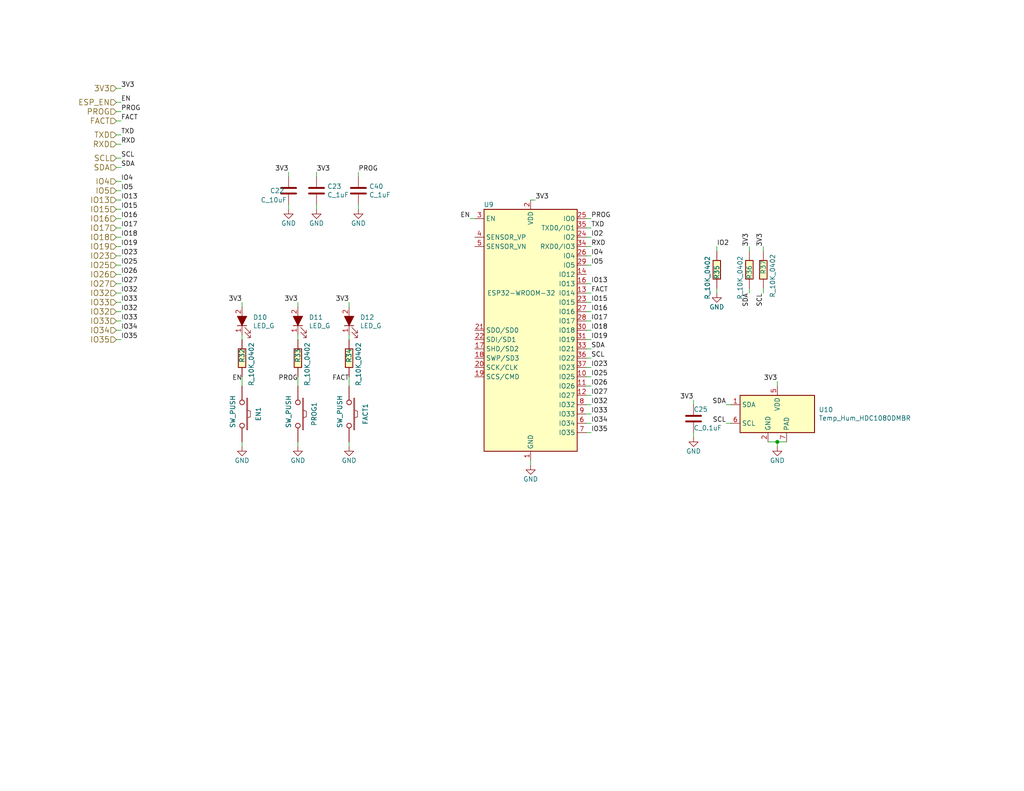
<source format=kicad_sch>
(kicad_sch (version 20211123) (generator eeschema)
  (paper "USLetter")
  (lib_symbols
    (symbol "Open_Automation:C_0.1uF" (pin_numbers hide) (pin_names (offset 0.254))
      (property "Reference" "C" (at 0.635 2.54 0))
      (property "Value" "Open_Automation_C_0.1uF" (at -8.255 -2.54 0))
      (symbol "C_0.1uF_0_1"
        (polyline (pts (xy -2.032 -0.762) (xy 2.032 -0.762)) (stroke (width 0.508)))
        (polyline (pts (xy -2.032 0.762) (xy 2.032 0.762)) (stroke (width 0.508)))
      )
      (symbol "C_0.1uF_1_1"
        (pin passive line (at 0 3.81 270) (length 2.794) (name "~") (number "1"))
        (pin passive line (at 0 -3.81 90) (length 2.794) (name "~") (number "2"))
      )
    )
    (symbol "Open_Automation:C_10uF" (pin_numbers hide) (pin_names (offset 0.254))
      (property "Reference" "C" (at 0.635 2.54 0))
      (property "Value" "Open_Automation_C_10uF" (at 1.27 -2.54 0))
      (symbol "C_10uF_0_1"
        (polyline (pts (xy -2.032 -0.762) (xy 2.032 -0.762)) (stroke (width 0.508)))
        (polyline (pts (xy -2.032 0.762) (xy 2.032 0.762)) (stroke (width 0.508)))
      )
      (symbol "C_10uF_1_1"
        (pin passive line (at 0 3.81 270) (length 2.794) (name "~") (number "1"))
        (pin passive line (at 0 -3.81 90) (length 2.794) (name "~") (number "2"))
      )
    )
    (symbol "Open_Automation:C_1uF" (pin_numbers hide) (pin_names (offset 0.254))
      (property "Reference" "C" (at 0.635 2.54 0))
      (property "Value" "Open_Automation_C_1uF" (at -5.715 -2.54 0))
      (symbol "C_1uF_0_1"
        (polyline (pts (xy -2.032 -0.762) (xy 2.032 -0.762)) (stroke (width 0.508)))
        (polyline (pts (xy -2.032 0.762) (xy 2.032 0.762)) (stroke (width 0.508)))
      )
      (symbol "C_1uF_1_1"
        (pin passive line (at 0 3.81 270) (length 2.794) (name "~") (number "1"))
        (pin passive line (at 0 -3.81 90) (length 2.794) (name "~") (number "2"))
      )
    )
    (symbol "Open_Automation:R_10K_0402" (pin_numbers hide) (pin_names (offset 0))
      (property "Reference" "R" (at 0 0 90))
      (property "Value" "Open_Automation_R_10K_0402" (at -1.905 0 90))
      (symbol "R_10K_0402_0_1"
        (rectangle (start -1.016 -2.54) (end 1.016 2.54) (stroke (width 0.254)) (fill (type background)))
      )
      (symbol "R_10K_0402_1_1"
        (pin passive line (at 0 -5.08 90) (length 2.54) (name "~") (number "1"))
        (pin passive line (at 0 5.08 270) (length 2.54) (name "~") (number "2"))
      )
    )
    (symbol "Open_Automation:Temp_Hum_HDC1080DMBR"
      (property "Reference" "U" (at -5.08 7.62 0))
      (property "Value" "Open_Automation_Temp_Hum_HDC1080DMBR" (at 12.7 6.35 0))
      (symbol "Temp_Hum_HDC1080DMBR_0_1"
        (rectangle (start -10.16 5.08) (end 10.16 -5.08) (stroke (width 0.254)) (fill (type background)))
      )
      (symbol "Temp_Hum_HDC1080DMBR_1_1"
        (pin bidirectional line (at -12.7 2.54 0) (length 2.54) (name "SDA") (number "1"))
        (pin power_in line (at -2.54 -7.62 90) (length 2.54) (name "GND") (number "2"))
        (pin no_connect line (at 10.16 2.54 180) (length 2.54) hide (name "NC") (number "3"))
        (pin no_connect line (at 10.16 -2.54 180) (length 2.54) hide (name "NC") (number "4"))
        (pin power_in line (at 0 7.62 270) (length 2.54) (name "VDD") (number "5"))
        (pin input line (at -12.7 -2.54 0) (length 2.54) (name "SCL") (number "6"))
        (pin passive line (at 2.54 -7.62 90) (length 2.54) (name "PAD") (number "7"))
      )
    )
    (symbol "open-dash-daughterboard-rescue:ESP32-WROOM-32-Open_Automation"
      (property "Reference" "U" (at -12.7 34.29 0))
      (property "Value" "open-dash-daughterboard-rescue_ESP32-WROOM-32-Open_Automation" (at 1.27 34.29 0))
      (symbol "ESP32-WROOM-32-Open_Automation_0_1"
        (rectangle (start -12.7 33.02) (end 12.7 -33.02) (stroke (width 0.254)) (fill (type background)))
      )
      (symbol "ESP32-WROOM-32-Open_Automation_1_1"
        (pin power_in line (at 0 -35.56 90) (length 2.54) (name "GND") (number "1"))
        (pin bidirectional line (at 15.24 -12.7 180) (length 2.54) (name "IO25") (number "10"))
        (pin bidirectional line (at 15.24 -15.24 180) (length 2.54) (name "IO26") (number "11"))
        (pin bidirectional line (at 15.24 -17.78 180) (length 2.54) (name "IO27") (number "12"))
        (pin bidirectional line (at 15.24 10.16 180) (length 2.54) (name "IO14") (number "13"))
        (pin bidirectional line (at 15.24 15.24 180) (length 2.54) (name "IO12") (number "14"))
        (pin passive line (at 0 -35.56 90) (length 2.54) hide (name "GND") (number "15"))
        (pin bidirectional line (at 15.24 12.7 180) (length 2.54) (name "IO13") (number "16"))
        (pin bidirectional line (at -15.24 -5.08 0) (length 2.54) (name "SHD/SD2") (number "17"))
        (pin bidirectional line (at -15.24 -7.62 0) (length 2.54) (name "SWP/SD3") (number "18"))
        (pin bidirectional line (at -15.24 -12.7 0) (length 2.54) (name "SCS/CMD") (number "19"))
        (pin power_in line (at 0 35.56 270) (length 2.54) (name "VDD") (number "2"))
        (pin bidirectional line (at -15.24 -10.16 0) (length 2.54) (name "SCK/CLK") (number "20"))
        (pin bidirectional line (at -15.24 0 0) (length 2.54) (name "SDO/SD0") (number "21"))
        (pin bidirectional line (at -15.24 -2.54 0) (length 2.54) (name "SDI/SD1") (number "22"))
        (pin bidirectional line (at 15.24 7.62 180) (length 2.54) (name "IO15") (number "23"))
        (pin bidirectional line (at 15.24 25.4 180) (length 2.54) (name "IO2") (number "24"))
        (pin bidirectional line (at 15.24 30.48 180) (length 2.54) (name "IO0") (number "25"))
        (pin bidirectional line (at 15.24 20.32 180) (length 2.54) (name "IO4") (number "26"))
        (pin bidirectional line (at 15.24 5.08 180) (length 2.54) (name "IO16") (number "27"))
        (pin bidirectional line (at 15.24 2.54 180) (length 2.54) (name "IO17") (number "28"))
        (pin bidirectional line (at 15.24 17.78 180) (length 2.54) (name "IO5") (number "29"))
        (pin input line (at -15.24 30.48 0) (length 2.54) (name "EN") (number "3"))
        (pin bidirectional line (at 15.24 0 180) (length 2.54) (name "IO18") (number "30"))
        (pin bidirectional line (at 15.24 -2.54 180) (length 2.54) (name "IO19") (number "31"))
        (pin no_connect line (at -12.7 -27.94 0) (length 2.54) hide (name "NC") (number "32"))
        (pin bidirectional line (at 15.24 -5.08 180) (length 2.54) (name "IO21") (number "33"))
        (pin bidirectional line (at 15.24 22.86 180) (length 2.54) (name "RXD0/IO3") (number "34"))
        (pin bidirectional line (at 15.24 27.94 180) (length 2.54) (name "TXD0/IO1") (number "35"))
        (pin bidirectional line (at 15.24 -7.62 180) (length 2.54) (name "IO22") (number "36"))
        (pin bidirectional line (at 15.24 -10.16 180) (length 2.54) (name "IO23") (number "37"))
        (pin passive line (at 0 -35.56 90) (length 2.54) hide (name "GND") (number "38"))
        (pin passive line (at 0 -35.56 90) (length 2.54) hide (name "GND") (number "39"))
        (pin input line (at -15.24 25.4 0) (length 2.54) (name "SENSOR_VP") (number "4"))
        (pin input line (at -15.24 22.86 0) (length 2.54) (name "SENSOR_VN") (number "5"))
        (pin input line (at 15.24 -25.4 180) (length 2.54) (name "IO34") (number "6"))
        (pin input line (at 15.24 -27.94 180) (length 2.54) (name "IO35") (number "7"))
        (pin bidirectional line (at 15.24 -20.32 180) (length 2.54) (name "IO32") (number "8"))
        (pin bidirectional line (at 15.24 -22.86 180) (length 2.54) (name "IO33") (number "9"))
      )
    )
    (symbol "open-dash-daughterboard-rescue:GND-power" (power) (pin_names (offset 0))
      (property "Value" "open-dash-daughterboard-rescue_GND-power" (at 0 -3.81 0))
      (symbol "GND-power_0_1"
        (polyline (pts (xy 0 0) (xy 0 -1.27) (xy 1.27 -1.27) (xy 0 -2.54) (xy -1.27 -1.27) (xy 0 -1.27)))
      )
      (symbol "GND-power_1_1"
        (pin power_in line (at 0 0 270) (length 0) hide (name "GND") (number "1"))
      )
    )
    (symbol "open-dash-daughterboard-rescue:LED_G-Open_Automation" (pin_names (offset 1.016) hide)
      (property "Reference" "D" (at 0 2.54 0))
      (property "Value" "open-dash-daughterboard-rescue_LED_G-Open_Automation" (at 0 -2.54 0))
      (symbol "LED_G-Open_Automation_0_1"
        (polyline (pts (xy -1.27 -1.27) (xy -1.27 1.27)) (stroke (width 0.2032)))
        (polyline (pts (xy 1.27 -1.27) (xy 1.27 1.27) (xy -1.27 0) (xy 1.27 -1.27)) (stroke (width 0.2032)) (fill (type outline)))
        (polyline (pts (xy -3.048 -0.762) (xy -4.572 -2.286) (xy -3.81 -2.286) (xy -4.572 -2.286) (xy -4.572 -1.524)))
        (polyline (pts (xy -1.778 -0.762) (xy -3.302 -2.286) (xy -2.54 -2.286) (xy -3.302 -2.286) (xy -3.302 -1.524)))
      )
      (symbol "LED_G-Open_Automation_1_1"
        (pin passive line (at -3.81 0 0) (length 2.54) (name "K") (number "1"))
        (pin passive line (at 3.81 0 180) (length 2.54) (name "A") (number "2"))
      )
    )
    (symbol "open-dash-daughterboard-rescue:SW_PUSH-Open_Automation" (pin_numbers hide) (pin_names (offset 1.016) hide)
      (property "Reference" "SW" (at 3.81 2.794 0))
      (symbol "SW_PUSH-Open_Automation_0_1"
        (rectangle (start -4.318 1.27) (end 4.318 1.524))
        (polyline (pts (xy -1.016 1.524) (xy -0.762 2.286) (xy 0.762 2.286) (xy 1.016 1.524)))
        (pin passive inverted (at -7.62 0 0) (length 5.08) (name "1") (number "1"))
        (pin passive inverted (at 7.62 0 180) (length 5.08) (name "2") (number "2"))
      )
    )
  )
  (junction (at 212.09 120.65))
  (wire (pts (xy 33.02 92.71) (xy 31.75 92.71)))
  (wire (pts (xy 212.09 104.14) (xy 212.09 105.41)))
  (wire (pts (xy 161.29 107.95) (xy 160.02 107.95)))
  (wire (pts (xy 33.02 77.47) (xy 31.75 77.47)))
  (wire (pts (xy 161.29 80.01) (xy 160.02 80.01)))
  (wire (pts (xy 33.02 72.39) (xy 31.75 72.39)))
  (wire (pts (xy 204.47 67.31) (xy 204.47 68.58)))
  (wire (pts (xy 33.02 69.85) (xy 31.75 69.85)))
  (wire (pts (xy 81.28 91.44) (xy 81.28 92.71)))
  (wire (pts (xy 160.02 87.63) (xy 161.29 87.63)))
  (wire (pts (xy 86.36 46.99) (xy 86.36 48.26)))
  (wire (pts (xy 33.02 90.17) (xy 31.75 90.17)))
  (wire (pts (xy 33.02 45.72) (xy 31.75 45.72)))
  (wire (pts (xy 95.25 82.55) (xy 95.25 83.82)))
  (wire (pts (xy 189.23 118.11) (xy 189.23 119.38)))
  (wire (pts (xy 209.55 120.65) (xy 212.09 120.65)))
  (wire (pts (xy 33.02 85.09) (xy 31.75 85.09)))
  (wire (pts (xy 160.02 82.55) (xy 161.29 82.55)))
  (wire (pts (xy 81.28 82.55) (xy 81.28 83.82)))
  (wire (pts (xy 161.29 69.85) (xy 160.02 69.85)))
  (wire (pts (xy 33.02 54.61) (xy 31.75 54.61)))
  (wire (pts (xy 66.04 92.71) (xy 66.04 91.44)))
  (wire (pts (xy 195.58 80.01) (xy 195.58 78.74)))
  (wire (pts (xy 189.23 109.22) (xy 189.23 110.49)))
  (wire (pts (xy 198.12 115.57) (xy 199.39 115.57)))
  (wire (pts (xy 95.25 121.92) (xy 95.25 120.65)))
  (wire (pts (xy 161.29 72.39) (xy 160.02 72.39)))
  (wire (pts (xy 208.28 67.31) (xy 208.28 68.58)))
  (wire (pts (xy 97.79 46.99) (xy 97.79 48.26)))
  (wire (pts (xy 81.28 121.92) (xy 81.28 120.65)))
  (wire (pts (xy 33.02 24.13) (xy 31.75 24.13)))
  (wire (pts (xy 33.02 52.07) (xy 31.75 52.07)))
  (wire (pts (xy 161.29 59.69) (xy 160.02 59.69)))
  (wire (pts (xy 161.29 67.31) (xy 160.02 67.31)))
  (wire (pts (xy 161.29 102.87) (xy 160.02 102.87)))
  (wire (pts (xy 66.04 102.87) (xy 66.04 105.41)))
  (wire (pts (xy 33.02 43.18) (xy 31.75 43.18)))
  (wire (pts (xy 128.27 59.69) (xy 129.54 59.69)))
  (wire (pts (xy 33.02 27.94) (xy 31.75 27.94)))
  (wire (pts (xy 212.09 120.65) (xy 214.63 120.65)))
  (wire (pts (xy 161.29 97.79) (xy 160.02 97.79)))
  (wire (pts (xy 97.79 55.88) (xy 97.79 57.15)))
  (wire (pts (xy 195.58 67.31) (xy 195.58 68.58)))
  (wire (pts (xy 66.04 82.55) (xy 66.04 83.82)))
  (wire (pts (xy 33.02 59.69) (xy 31.75 59.69)))
  (wire (pts (xy 161.29 118.11) (xy 160.02 118.11)))
  (wire (pts (xy 33.02 64.77) (xy 31.75 64.77)))
  (wire (pts (xy 160.02 92.71) (xy 161.29 92.71)))
  (wire (pts (xy 144.78 125.73) (xy 144.78 127)))
  (wire (pts (xy 146.05 54.61) (xy 144.78 54.61)))
  (wire (pts (xy 33.02 82.55) (xy 31.75 82.55)))
  (wire (pts (xy 161.29 100.33) (xy 160.02 100.33)))
  (wire (pts (xy 161.29 105.41) (xy 160.02 105.41)))
  (wire (pts (xy 33.02 36.83) (xy 31.75 36.83)))
  (wire (pts (xy 161.29 90.17) (xy 160.02 90.17)))
  (wire (pts (xy 204.47 80.01) (xy 204.47 78.74)))
  (wire (pts (xy 95.25 92.71) (xy 95.25 91.44)))
  (wire (pts (xy 160.02 110.49) (xy 161.29 110.49)))
  (wire (pts (xy 66.04 121.92) (xy 66.04 120.65)))
  (wire (pts (xy 33.02 49.53) (xy 31.75 49.53)))
  (wire (pts (xy 161.29 95.25) (xy 160.02 95.25)))
  (wire (pts (xy 86.36 55.88) (xy 86.36 57.15)))
  (wire (pts (xy 78.74 48.26) (xy 78.74 46.99)))
  (wire (pts (xy 198.12 110.49) (xy 199.39 110.49)))
  (wire (pts (xy 33.02 33.02) (xy 31.75 33.02)))
  (wire (pts (xy 33.02 74.93) (xy 31.75 74.93)))
  (wire (pts (xy 33.02 62.23) (xy 31.75 62.23)))
  (wire (pts (xy 160.02 115.57) (xy 161.29 115.57)))
  (wire (pts (xy 208.28 80.01) (xy 208.28 78.74)))
  (wire (pts (xy 161.29 64.77) (xy 160.02 64.77)))
  (wire (pts (xy 33.02 57.15) (xy 31.75 57.15)))
  (wire (pts (xy 161.29 113.03) (xy 160.02 113.03)))
  (wire (pts (xy 33.02 80.01) (xy 31.75 80.01)))
  (wire (pts (xy 161.29 77.47) (xy 160.02 77.47)))
  (wire (pts (xy 33.02 39.37) (xy 31.75 39.37)))
  (wire (pts (xy 95.25 102.87) (xy 95.25 105.41)))
  (wire (pts (xy 161.29 85.09) (xy 160.02 85.09)))
  (wire (pts (xy 212.09 121.92) (xy 212.09 120.65)))
  (wire (pts (xy 78.74 57.15) (xy 78.74 55.88)))
  (wire (pts (xy 160.02 62.23) (xy 161.29 62.23)))
  (wire (pts (xy 33.02 67.31) (xy 31.75 67.31)))
  (wire (pts (xy 33.02 87.63) (xy 31.75 87.63)))
  (wire (pts (xy 81.28 102.87) (xy 81.28 105.41)))
  (wire (pts (xy 33.02 30.48) (xy 31.75 30.48)))
  (label "IO19" (at 33.02 67.31 0))
  (label "IO26" (at 161.29 105.41 0))
  (label "TXD" (at 161.29 62.23 0))
  (label "3V3" (at 66.04 82.55 180))
  (label "EN" (at 33.02 27.94 0))
  (label "FACT" (at 161.29 80.01 0))
  (label "SDA" (at 204.47 80.01 270))
  (label "IO15" (at 161.29 82.55 0))
  (label "IO5" (at 161.29 72.39 0))
  (label "PROG" (at 97.79 46.99 0))
  (label "IO34" (at 161.29 115.57 0))
  (label "TXD" (at 33.02 36.83 0))
  (label "3V3" (at 86.36 46.99 0))
  (label "IO2" (at 195.58 67.31 0))
  (label "IO33" (at 33.02 82.55 0))
  (label "SDA" (at 33.02 45.72 0))
  (label "IO32" (at 33.02 85.09 0))
  (label "IO17" (at 33.02 62.23 0))
  (label "PROG" (at 81.28 104.14 180))
  (label "IO4" (at 161.29 69.85 0))
  (label "IO17" (at 161.29 87.63 0))
  (label "IO23" (at 161.29 100.33 0))
  (label "3V3" (at 81.28 82.55 180))
  (label "3V3" (at 146.05 54.61 0))
  (label "PROG" (at 161.29 59.69 0))
  (label "RXD" (at 161.29 67.31 0))
  (label "IO2" (at 161.29 64.77 0))
  (label "PROG" (at 33.02 30.48 0))
  (label "RXD" (at 33.02 39.37 0))
  (label "IO32" (at 33.02 80.01 0))
  (label "EN" (at 66.04 104.14 180))
  (label "IO23" (at 33.02 69.85 0))
  (label "IO32" (at 161.29 110.49 0))
  (label "3V3" (at 33.02 24.13 0))
  (label "SCL" (at 198.12 115.57 180))
  (label "SDA" (at 161.29 95.25 0))
  (label "SCL" (at 208.28 80.01 270))
  (label "IO33" (at 161.29 113.03 0))
  (label "IO13" (at 161.29 77.47 0))
  (label "3V3" (at 95.25 82.55 180))
  (label "SCL" (at 161.29 97.79 0))
  (label "IO25" (at 33.02 72.39 0))
  (label "IO27" (at 161.29 107.95 0))
  (label "IO26" (at 33.02 74.93 0))
  (label "IO35" (at 161.29 118.11 0))
  (label "IO18" (at 161.29 90.17 0))
  (label "3V3" (at 204.47 67.31 90))
  (label "IO18" (at 33.02 64.77 0))
  (label "FACT" (at 33.02 33.02 0))
  (label "IO25" (at 161.29 102.87 0))
  (label "IO16" (at 33.02 59.69 0))
  (label "3V3" (at 212.09 104.14 180))
  (label "3V3" (at 208.28 67.31 90))
  (label "IO13" (at 33.02 54.61 0))
  (label "FACT" (at 95.25 104.14 180))
  (label "IO15" (at 33.02 57.15 0))
  (label "3V3" (at 78.74 46.99 180))
  (label "IO5" (at 33.02 52.07 0))
  (label "IO34" (at 33.02 90.17 0))
  (label "IO16" (at 161.29 85.09 0))
  (label "SDA" (at 198.12 110.49 180))
  (label "IO27" (at 33.02 77.47 0))
  (label "IO4" (at 33.02 49.53 0))
  (label "SCL" (at 33.02 43.18 0))
  (label "IO33" (at 33.02 87.63 0))
  (label "EN" (at 128.27 59.69 180))
  (label "IO19" (at 161.29 92.71 0))
  (label "IO35" (at 33.02 92.71 0))
  (label "3V3" (at 189.23 109.22 180))
  (hierarchical_label "IO35" (shape input) (at 31.75 92.71 180) (effects (font (size 1.524 1.524))))
  (hierarchical_label "IO23" (shape input) (at 31.75 69.85 180) (effects (font (size 1.524 1.524))))
  (hierarchical_label "IO32" (shape input) (at 31.75 80.01 180) (effects (font (size 1.524 1.524))))
  (hierarchical_label "IO17" (shape input) (at 31.75 62.23 180) (effects (font (size 1.524 1.524))))
  (hierarchical_label "IO27" (shape input) (at 31.75 77.47 180) (effects (font (size 1.524 1.524))))
  (hierarchical_label "IO26" (shape input) (at 31.75 74.93 180) (effects (font (size 1.524 1.524))))
  (hierarchical_label "TXD" (shape input) (at 31.75 36.83 180) (effects (font (size 1.524 1.524))))
  (hierarchical_label "IO33" (shape input) (at 31.75 87.63 180) (effects (font (size 1.524 1.524))))
  (hierarchical_label "IO33" (shape input) (at 31.75 82.55 180) (effects (font (size 1.524 1.524))))
  (hierarchical_label "FACT" (shape input) (at 31.75 33.02 180) (effects (font (size 1.524 1.524))))
  (hierarchical_label "SDA" (shape input) (at 31.75 45.72 180) (effects (font (size 1.524 1.524))))
  (hierarchical_label "IO32" (shape input) (at 31.75 85.09 180) (effects (font (size 1.524 1.524))))
  (hierarchical_label "3V3" (shape input) (at 31.75 24.13 180) (effects (font (size 1.524 1.524))))
  (hierarchical_label "IO34" (shape input) (at 31.75 90.17 180) (effects (font (size 1.524 1.524))))
  (hierarchical_label "IO5" (shape input) (at 31.75 52.07 180) (effects (font (size 1.524 1.524))))
  (hierarchical_label "PROG" (shape input) (at 31.75 30.48 180) (effects (font (size 1.524 1.524))))
  (hierarchical_label "RXD" (shape input) (at 31.75 39.37 180) (effects (font (size 1.524 1.524))))
  (hierarchical_label "IO18" (shape input) (at 31.75 64.77 180) (effects (font (size 1.524 1.524))))
  (hierarchical_label "IO4" (shape input) (at 31.75 49.53 180) (effects (font (size 1.524 1.524))))
  (hierarchical_label "IO15" (shape input) (at 31.75 57.15 180) (effects (font (size 1.524 1.524))))
  (hierarchical_label "IO13" (shape input) (at 31.75 54.61 180) (effects (font (size 1.524 1.524))))
  (hierarchical_label "SCL" (shape input) (at 31.75 43.18 180) (effects (font (size 1.524 1.524))))
  (hierarchical_label "IO25" (shape input) (at 31.75 72.39 180) (effects (font (size 1.524 1.524))))
  (hierarchical_label "IO19" (shape input) (at 31.75 67.31 180) (effects (font (size 1.524 1.524))))
  (hierarchical_label "IO16" (shape input) (at 31.75 59.69 180) (effects (font (size 1.524 1.524))))
  (hierarchical_label "ESP_EN" (shape input) (at 31.75 27.94 180) (effects (font (size 1.524 1.524))))
  (symbol (lib_id "open-dash-daughterboard-rescue:LED_G-Open_Automation") (at 66.04 87.63 90)
    (property "Reference" "D10" (at 69.0118 86.6394 90) (effects (justify right)))
    (property "Value" "LED_G" (at 69.0118 88.9508 90) (effects (justify right)))
    (property "Footprint" "Diode_SMD:D_0603_1608Metric_Pad1.05x0.95mm_HandSolder" (effects hide))
    (property "Datasheet" "https://datasheet.lcsc.com/szlcsc/Everlight-Elec-19-217-BHC-ZL1M2RY-3T_C72041.pdf" (effects hide))
    (property "Part Number" "19-217/BHC-ZL1M2RY/3T" (effects hide))
    (property "LCSC" "C72041" (effects hide))
  )
  (symbol (lib_id "open-dash-daughterboard-rescue:LED_G-Open_Automation") (at 81.28 87.63 90)
    (property "Reference" "D11" (at 84.2518 86.6394 90) (effects (justify right)))
    (property "Value" "LED_G" (at 84.2518 88.9508 90) (effects (justify right)))
    (property "Footprint" "Diode_SMD:D_0603_1608Metric_Pad1.05x0.95mm_HandSolder" (effects hide))
    (property "Datasheet" "https://datasheet.lcsc.com/szlcsc/Everlight-Elec-19-217-BHC-ZL1M2RY-3T_C72041.pdf" (effects hide))
    (property "Part Number" "19-217/BHC-ZL1M2RY/3T" (effects hide))
    (property "LCSC" "C72041" (effects hide))
  )
  (symbol (lib_id "open-dash-daughterboard-rescue:LED_G-Open_Automation") (at 95.25 87.63 90)
    (property "Reference" "D12" (at 98.2218 86.6394 90) (effects (justify right)))
    (property "Value" "LED_G" (at 98.2218 88.9508 90) (effects (justify right)))
    (property "Footprint" "Diode_SMD:D_0603_1608Metric_Pad1.05x0.95mm_HandSolder" (effects hide))
    (property "Datasheet" "https://datasheet.lcsc.com/szlcsc/Everlight-Elec-19-217-BHC-ZL1M2RY-3T_C72041.pdf" (effects hide))
    (property "Part Number" "19-217/BHC-ZL1M2RY/3T" (effects hide))
    (property "LCSC" "C72041" (effects hide))
  )
  (symbol (lib_id "open-dash-daughterboard-rescue:SW_PUSH-Open_Automation") (at 81.28 113.03 270)
    (property "Reference" "PROG1" (at 85.725 113.03 0))
    (property "Value" "SW_PUSH" (at 78.74 112.395 0))
    (property "Footprint" "Button_Switch_SMD:SW_SPST_PTS645" (effects hide))
    (property "Datasheet" "https://datasheet.lcsc.com/szlcsc/1811082113_Korean-Hroparts-Elec-K2-1102SP-C4SC-04_C127509.pdf" (effects hide))
    (property "Part Number" "K2-1102SP-C4SC-04" (effects hide))
    (property "LCSC" "C127509" (effects hide))
  )
  (symbol (lib_id "open-dash-daughterboard-rescue:SW_PUSH-Open_Automation") (at 95.25 113.03 270)
    (property "Reference" "FACT1" (at 99.695 113.03 0))
    (property "Value" "SW_PUSH" (at 92.71 112.395 0))
    (property "Footprint" "Button_Switch_SMD:SW_SPST_PTS645" (effects hide))
    (property "Datasheet" "https://datasheet.lcsc.com/szlcsc/1811082113_Korean-Hroparts-Elec-K2-1102SP-C4SC-04_C127509.pdf" (effects hide))
    (property "Part Number" "K2-1102SP-C4SC-04" (effects hide))
    (property "LCSC" "C127509" (effects hide))
  )
  (symbol (lib_id "open-dash-daughterboard-rescue:SW_PUSH-Open_Automation") (at 66.04 113.03 270)
    (property "Reference" "EN1" (at 70.485 113.03 0))
    (property "Value" "SW_PUSH" (at 63.5 112.395 0))
    (property "Footprint" "Button_Switch_SMD:SW_SPST_PTS645" (effects hide))
    (property "Datasheet" "https://datasheet.lcsc.com/szlcsc/1811082113_Korean-Hroparts-Elec-K2-1102SP-C4SC-04_C127509.pdf" (effects hide))
    (property "Part Number" "K2-1102SP-C4SC-04" (effects hide))
    (property "LCSC" "C127509" (effects hide))
  )
  (symbol (lib_id "open-dash-daughterboard-rescue:GND-power") (at 195.58 80.01 0)
    (property "Reference" "#PWR079" (effects hide))
    (property "Value" "GND" (at 195.58 83.82 0))
  )
  (symbol (lib_id "open-dash-daughterboard-rescue:GND-power") (at 95.25 121.92 0)
    (property "Reference" "#PWR076" (effects hide))
    (property "Value" "GND" (at 95.25 125.73 0))
  )
  (symbol (lib_id "open-dash-daughterboard-rescue:GND-power") (at 189.23 119.38 0)
    (property "Reference" "#PWR078" (effects hide))
    (property "Value" "GND" (at 189.23 123.19 0))
  )
  (symbol (lib_id "open-dash-daughterboard-rescue:GND-power") (at 212.09 121.92 0)
    (property "Reference" "#PWR080" (effects hide))
    (property "Value" "GND" (at 212.09 125.73 0))
  )
  (symbol (lib_id "Open_Automation:C_10uF") (at 78.74 52.07 0) (unit 1)
    (property "Reference" "C22" (at 73.66 52.07 0) (effects (justify left)))
    (property "Value" "C_10uF" (at 71.12 54.61 0) (effects (justify left)))
    (property "Footprint" "Capacitor_SMD:C_0805_2012Metric_Pad1.18x1.45mm_HandSolder" (effects hide))
    (property "Datasheet" "https://datasheet.lcsc.com/szlcsc/Samsung-Electro-Mechanics-CL21A106KAYNNNE_C15850.pdf" (effects hide))
    (property "Part Number" "CL21A106KAYNNNE" (effects hide))
    (property "LCSC" "C15850" (effects hide))
  )
  (symbol (lib_id "Open_Automation:C_1uF") (at 86.36 52.07 0) (unit 1)
    (property "Reference" "C23" (at 89.281 50.9016 0) (effects (justify left)))
    (property "Value" "C_1uF" (at 89.281 53.213 0) (effects (justify left)))
    (property "Footprint" "Capacitor_SMD:C_0402_1005Metric_Pad0.74x0.62mm_HandSolder" (effects hide))
    (property "Datasheet" "https://datasheet.lcsc.com/szlcsc/Samsung-Electro-Mechanics-CL05A105KA5NQNC_C52923.pdf" (effects hide))
    (property "LCSC" "C52923" (effects hide))
    (property "Part Number" "CL05A105KA5NQNC" (effects hide))
  )
  (symbol (lib_id "Open_Automation:R_10K_0402") (at 66.04 97.79 0) (unit 1)
    (property "Reference" "R32" (at 66.04 99.06 90) (effects (justify left)))
    (property "Value" "R_10K_0402" (at 68.58 105.41 90) (effects (justify left)))
    (property "Footprint" "Resistor_SMD:R_0402_1005Metric_Pad0.72x0.64mm_HandSolder" (effects hide))
    (property "Datasheet" "https://datasheet.lcsc.com/szlcsc/Uniroyal-Elec-0402WGF1002TCE_C25744.pdf" (effects hide))
    (property "Part Number" "0402WGF1002TCE" (effects hide))
    (property "LCSC" "C25744" (effects hide))
  )
  (symbol (lib_id "Open_Automation:R_10K_0402") (at 81.28 97.79 0) (unit 1)
    (property "Reference" "R33" (at 81.28 99.06 90) (effects (justify left)))
    (property "Value" "R_10K_0402" (at 83.82 105.41 90) (effects (justify left)))
    (property "Footprint" "Resistor_SMD:R_0402_1005Metric_Pad0.72x0.64mm_HandSolder" (effects hide))
    (property "Datasheet" "https://datasheet.lcsc.com/szlcsc/Uniroyal-Elec-0402WGF1002TCE_C25744.pdf" (effects hide))
    (property "Part Number" "0402WGF1002TCE" (effects hide))
    (property "LCSC" "C25744" (effects hide))
  )
  (symbol (lib_id "Open_Automation:R_10K_0402") (at 95.25 97.79 0) (unit 1)
    (property "Reference" "R34" (at 95.25 99.06 90) (effects (justify left)))
    (property "Value" "R_10K_0402" (at 97.79 105.41 90) (effects (justify left)))
    (property "Footprint" "Resistor_SMD:R_0402_1005Metric_Pad0.72x0.64mm_HandSolder" (effects hide))
    (property "Datasheet" "https://datasheet.lcsc.com/szlcsc/Uniroyal-Elec-0402WGF1002TCE_C25744.pdf" (effects hide))
    (property "Part Number" "0402WGF1002TCE" (effects hide))
    (property "LCSC" "C25744" (effects hide))
  )
  (symbol (lib_id "Open_Automation:R_10K_0402") (at 208.28 73.66 0) (unit 1)
    (property "Reference" "R37" (at 208.28 74.93 90) (effects (justify left)))
    (property "Value" "R_10K_0402" (at 210.82 81.28 90) (effects (justify left)))
    (property "Footprint" "Resistor_SMD:R_0402_1005Metric_Pad0.72x0.64mm_HandSolder" (effects hide))
    (property "Datasheet" "https://datasheet.lcsc.com/szlcsc/Uniroyal-Elec-0402WGF1002TCE_C25744.pdf" (effects hide))
    (property "Part Number" "0402WGF1002TCE" (effects hide))
    (property "LCSC" "C25744" (effects hide))
  )
  (symbol (lib_id "Open_Automation:R_10K_0402") (at 204.47 73.66 180) (unit 1)
    (property "Reference" "R36" (at 204.47 72.39 90) (effects (justify left)))
    (property "Value" "R_10K_0402" (at 201.93 69.85 90) (effects (justify left)))
    (property "Footprint" "Resistor_SMD:R_0402_1005Metric_Pad0.72x0.64mm_HandSolder" (effects hide))
    (property "Datasheet" "https://datasheet.lcsc.com/szlcsc/Uniroyal-Elec-0402WGF1002TCE_C25744.pdf" (effects hide))
    (property "Part Number" "0402WGF1002TCE" (effects hide))
    (property "LCSC" "C25744" (effects hide))
  )
  (symbol (lib_id "Open_Automation:R_10K_0402") (at 195.58 73.66 180) (unit 1)
    (property "Reference" "R35" (at 195.58 72.39 90) (effects (justify left)))
    (property "Value" "R_10K_0402" (at 193.04 69.85 90) (effects (justify left)))
    (property "Footprint" "Resistor_SMD:R_0402_1005Metric_Pad0.72x0.64mm_HandSolder" (effects hide))
    (property "Datasheet" "https://datasheet.lcsc.com/szlcsc/Uniroyal-Elec-0402WGF1002TCE_C25744.pdf" (effects hide))
    (property "Part Number" "0402WGF1002TCE" (effects hide))
    (property "LCSC" "C25744" (effects hide))
  )
  (symbol (lib_id "Open_Automation:C_0.1uF") (at 189.23 114.3 0) (unit 1)
    (property "Reference" "C25" (at 189.23 111.76 0) (effects (justify left)))
    (property "Value" "C_0.1uF" (at 189.23 116.84 0) (effects (justify left)))
    (property "Footprint" "Capacitor_SMD:C_0402_1005Metric_Pad0.74x0.62mm_HandSolder" (effects hide))
    (property "Datasheet" "https://datasheet.lcsc.com/szlcsc/Samsung-Electro-Mechanics-CL05B104KO5NNNC_C1525.pdf" (effects hide))
    (property "Part Number" "CL05B104KO5NNNC" (effects hide))
    (property "LCSC" "C1525" (effects hide))
  )
  (symbol (lib_id "Open_Automation:Temp_Hum_HDC1080DMBR") (at 212.09 113.03 0) (unit 1)
    (property "Reference" "U10" (at 223.3676 111.8616 0) (effects (justify left)))
    (property "Value" "Temp_Hum_HDC1080DMBR" (at 223.3676 114.173 0) (effects (justify left)))
    (property "Footprint" "Package_DFN_QFN:DFN-6-1EP_3x3mm_P1mm_EP1.5x2.4mm" (effects hide))
    (property "Datasheet" "https://datasheet.lcsc.com/szlcsc/1810271112_Texas-Instruments-HDC1080DMBR_C82227.pdf" (effects hide))
    (property "Part Number" "HDC1080DMBR" (effects hide))
    (property "LCSC" "C82227" (effects hide))
  )
  (symbol (lib_id "open-dash-daughterboard-rescue:GND-power") (at 97.79 57.15 0)
    (property "Reference" "#PWR0107" (effects hide))
    (property "Value" "GND" (at 97.79 60.96 0))
  )
  (symbol (lib_id "Open_Automation:C_1uF") (at 97.79 52.07 0) (unit 1)
    (property "Reference" "C40" (at 100.711 50.9016 0) (effects (justify left)))
    (property "Value" "C_1uF" (at 100.711 53.213 0) (effects (justify left)))
    (property "Footprint" "Capacitor_SMD:C_0402_1005Metric_Pad0.74x0.62mm_HandSolder" (effects hide))
    (property "Datasheet" "https://datasheet.lcsc.com/szlcsc/Samsung-Electro-Mechanics-CL05A105KA5NQNC_C52923.pdf" (effects hide))
    (property "LCSC" "C52923" (effects hide))
    (property "Part Number" "CL05A105KA5NQNC" (effects hide))
  )
  (symbol (lib_id "open-dash-daughterboard-rescue:GND-power") (at 86.36 57.15 0)
    (property "Reference" "#PWR075" (effects hide))
    (property "Value" "GND" (at 86.36 60.96 0))
  )
  (symbol (lib_id "open-dash-daughterboard-rescue:GND-power") (at 78.74 57.15 0)
    (property "Reference" "#PWR073" (effects hide))
    (property "Value" "GND" (at 78.74 60.96 0))
  )
  (symbol (lib_id "open-dash-daughterboard-rescue:ESP32-WROOM-32-Open_Automation") (at 144.78 90.17 0) (unit 1)
    (property "Reference" "U9" (at 133.35 55.88 0))
    (property "Value" "ESP32-WROOM-32" (at 142.24 80.01 0))
    (property "Footprint" "RF_Module:ESP32-WROOM-32" (effects hide))
    (property "Datasheet" "https://datasheet.lcsc.com/szlcsc/2007061615_Espressif-Systems-ESP32-WROOM-32_C82899.pdf" (effects hide))
    (property "LCSC" "C82899" (effects hide))
  )
  (symbol (lib_id "open-dash-daughterboard-rescue:GND-power") (at 144.78 127 0)
    (property "Reference" "#PWR077" (effects hide))
    (property "Value" "GND" (at 144.78 130.81 0))
  )
  (symbol (lib_id "open-dash-daughterboard-rescue:GND-power") (at 66.04 121.92 0)
    (property "Reference" "#PWR072" (effects hide))
    (property "Value" "GND" (at 66.04 125.73 0))
  )
  (symbol (lib_id "open-dash-daughterboard-rescue:GND-power") (at 81.28 121.92 0)
    (property "Reference" "#PWR074" (effects hide))
    (property "Value" "GND" (at 81.28 125.73 0))
  )
)
</source>
